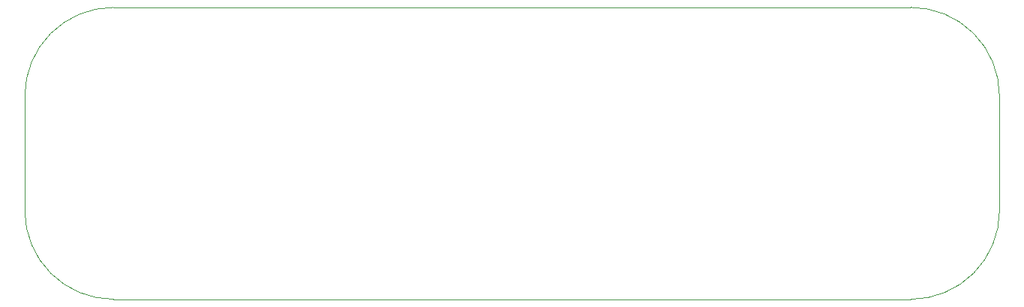
<source format=gbr>
%TF.GenerationSoftware,KiCad,Pcbnew,6.0.0-rc1-unknown-5bf9bd3ebb~144~ubuntu20.04.1*%
%TF.CreationDate,2021-12-20T20:37:33+08:00*%
%TF.ProjectId,kicad-openctd,6b696361-642d-46f7-9065-6e6374642e6b,rev?*%
%TF.SameCoordinates,Original*%
%TF.FileFunction,Profile,NP*%
%FSLAX46Y46*%
G04 Gerber Fmt 4.6, Leading zero omitted, Abs format (unit mm)*
G04 Created by KiCad (PCBNEW 6.0.0-rc1-unknown-5bf9bd3ebb~144~ubuntu20.04.1) date 2021-12-20 20:37:33*
%MOMM*%
%LPD*%
G01*
G04 APERTURE LIST*
%TA.AperFunction,Profile*%
%ADD10C,0.100000*%
%TD*%
G04 APERTURE END LIST*
D10*
X94000000Y-101000000D02*
G75*
G03*
X104000000Y-111000000I9999999J-1D01*
G01*
X204000000Y-88000000D02*
G75*
G03*
X194000000Y-78000000I-9999999J1D01*
G01*
X204000000Y-101000000D02*
X204000000Y-88000000D01*
X94000000Y-88000000D02*
X94000000Y-101000000D01*
X194000000Y-111000000D02*
G75*
G03*
X204000000Y-101000000I1J9999999D01*
G01*
X194000000Y-78000000D02*
X104000000Y-78000000D01*
X104000000Y-111000000D02*
X194000000Y-111000000D01*
X104000000Y-78000000D02*
G75*
G03*
X94000000Y-88000000I-1J-9999999D01*
G01*
M02*

</source>
